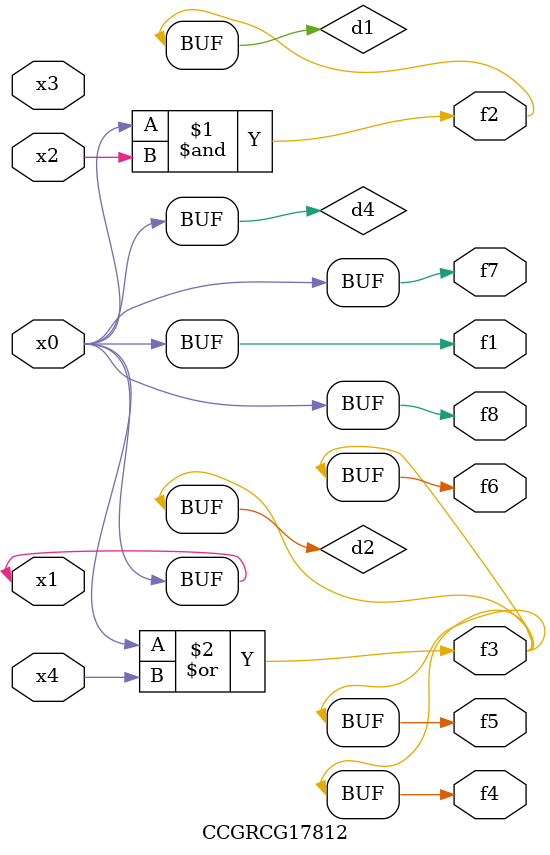
<source format=v>
module CCGRCG17812(
	input x0, x1, x2, x3, x4,
	output f1, f2, f3, f4, f5, f6, f7, f8
);

	wire d1, d2, d3, d4;

	and (d1, x0, x2);
	or (d2, x0, x4);
	nand (d3, x0, x2);
	buf (d4, x0, x1);
	assign f1 = d4;
	assign f2 = d1;
	assign f3 = d2;
	assign f4 = d2;
	assign f5 = d2;
	assign f6 = d2;
	assign f7 = d4;
	assign f8 = d4;
endmodule

</source>
